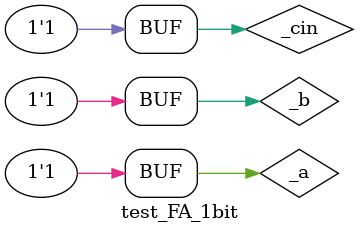
<source format=v>
module FA_1bit(a,b,cin,cout,sum);
  input a,b,cin;
  output cout, sum;
  xor(sum,cin,a,b);
  and(w1,b,a);
  and(w2,a,cin);
  and(w3,b,cin);
  or(cout,w2,w3,w1);
endmodule
  
module test_FA_1bit();
  reg _a,_b,_cin;
  wire _cout,_sum;

  FA_1bit m0(.cin(_cin),.a(_a),.b(_b), .sum(_sum),.cout(_cout));
  
  initial begin
    _cin=1'b0; _a=1'b0; _b=1'b0;
    #20
    _cin=1'b1; _a=1'b0; _b=1'b0;
    #20
    _cin=1'b0; _a=1'b0; _b=1'b1;
    #20
    _cin=1'b1; _a=1'b0; _b=1'b1;
    #20
    _cin=1'b0; _a=1'b1; _b=1'b0;
    #20
    _cin=1'b1; _a=1'b1; _b=1'b0;
    #20
    _cin=1'b0; _a=1'b1; _b=1'b1;
    #20
    _cin=1'b1; _a=1'b1; _b=1'b1;
  end
endmodule
    
</source>
